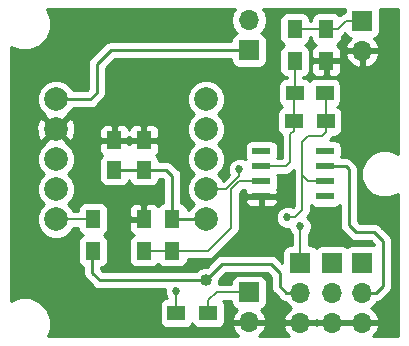
<source format=gbr>
G04 #@! TF.GenerationSoftware,KiCad,Pcbnew,(5.0.0-rc2-dev-444-g2974a2c10)*
G04 #@! TF.CreationDate,2018-09-21T18:48:47-07:00*
G04 #@! TF.ProjectId,retro meter v02,726574726F206D65746572207630322E,rev?*
G04 #@! TF.SameCoordinates,Original*
G04 #@! TF.FileFunction,Copper,L1,Top,Signal*
G04 #@! TF.FilePolarity,Positive*
%FSLAX46Y46*%
G04 Gerber Fmt 4.6, Leading zero omitted, Abs format (unit mm)*
G04 Created by KiCad (PCBNEW (5.0.0-rc2-dev-444-g2974a2c10)) date 09/21/18 18:48:47*
%MOMM*%
%LPD*%
G01*
G04 APERTURE LIST*
%ADD10C,2.000000*%
%ADD11R,1.250000X1.500000*%
%ADD12R,1.500000X1.250000*%
%ADD13R,1.300000X1.500000*%
%ADD14R,1.500000X1.300000*%
%ADD15R,1.550000X0.600000*%
%ADD16O,1.700000X1.700000*%
%ADD17R,1.700000X1.700000*%
%ADD18C,0.685800*%
%ADD19C,1.016000*%
%ADD20C,0.254000*%
%ADD21C,0.152400*%
G04 APERTURE END LIST*
D10*
X199485000Y-55920000D03*
X186785000Y-55920000D03*
X199485000Y-58460000D03*
X186785000Y-58460000D03*
X199485000Y-61000000D03*
X186785000Y-61000000D03*
X199485000Y-63540000D03*
X186785000Y-63540000D03*
X199485000Y-66080000D03*
X186785000Y-66080000D03*
D11*
X191731041Y-61900664D03*
X191731041Y-59400664D03*
D12*
X207030000Y-55372000D03*
X209530000Y-55372000D03*
D13*
X209677000Y-52658000D03*
X209677000Y-49958000D03*
X196635000Y-68750000D03*
X196635000Y-66050000D03*
X194235000Y-68750000D03*
X194235000Y-66050000D03*
X207010000Y-49958000D03*
X207010000Y-52658000D03*
D14*
X206930000Y-57785000D03*
X209630000Y-57785000D03*
D13*
X189935000Y-66050000D03*
X189935000Y-68750000D03*
D15*
X209583000Y-60325000D03*
X209583000Y-61595000D03*
X209583000Y-62865000D03*
X209583000Y-64135000D03*
X204183000Y-64135000D03*
X204183000Y-62865000D03*
X204183000Y-61595000D03*
X204183000Y-60325000D03*
D11*
X194231041Y-59400664D03*
X194231041Y-61900664D03*
D16*
X212725000Y-51790000D03*
D17*
X212725000Y-49250000D03*
X203135000Y-51750000D03*
D16*
X203135000Y-49210000D03*
D14*
X196985000Y-74000000D03*
X199685000Y-74000000D03*
D16*
X207468333Y-74830000D03*
X207468333Y-72290000D03*
D17*
X207468333Y-69750000D03*
X210185000Y-69750000D03*
D16*
X210185000Y-72290000D03*
X210185000Y-74830000D03*
X212725000Y-74830000D03*
X212725000Y-72290000D03*
D17*
X212725000Y-69750000D03*
D16*
X203135000Y-74790000D03*
D17*
X203135000Y-72250000D03*
D18*
X214630000Y-54610000D03*
X184150000Y-53340000D03*
X184150000Y-71120000D03*
X189230000Y-59944000D03*
X210185000Y-66040000D03*
D19*
X199478900Y-71247000D03*
D18*
X196977000Y-72136000D03*
X206375000Y-65913000D03*
X202311000Y-61849000D03*
X207467200Y-66649600D03*
D20*
X196665000Y-66080000D02*
X196635000Y-66050000D01*
X199485000Y-66080000D02*
X196665000Y-66080000D01*
X211328000Y-61595000D02*
X209583000Y-61595000D01*
X211582000Y-61849000D02*
X211328000Y-61595000D01*
X211582000Y-66548000D02*
X211582000Y-61849000D01*
X213927081Y-72290000D02*
X214462081Y-71755000D01*
X212725000Y-72290000D02*
X213927081Y-72290000D01*
X214462081Y-71755000D02*
X214462081Y-67904081D01*
X214462081Y-67904081D02*
X213741000Y-67183000D01*
X213741000Y-67183000D02*
X212217000Y-67183000D01*
X212217000Y-67183000D02*
X211582000Y-66548000D01*
X189935000Y-68850000D02*
X189865000Y-68920000D01*
X189935000Y-68750000D02*
X189935000Y-68850000D01*
X189865000Y-68920000D02*
X189865000Y-70612000D01*
X189865000Y-70612000D02*
X190500000Y-71247000D01*
X206266252Y-72290000D02*
X207468333Y-72290000D01*
X205740000Y-71763748D02*
X206266252Y-72290000D01*
X205740000Y-70612000D02*
X205740000Y-71763748D01*
X204978000Y-69850000D02*
X205740000Y-70612000D01*
X199478900Y-71247000D02*
X200875900Y-69850000D01*
X200875900Y-69850000D02*
X204978000Y-69850000D01*
X199478900Y-71247000D02*
X190500000Y-71247000D01*
X196139664Y-61900664D02*
X194231041Y-61900664D01*
X196635000Y-66050000D02*
X196635000Y-62396000D01*
X196635000Y-62396000D02*
X196139664Y-61900664D01*
X194231041Y-61900664D02*
X191731041Y-61900664D01*
D21*
X206930000Y-55472000D02*
X207030000Y-55372000D01*
X206930000Y-57785000D02*
X206930000Y-55472000D01*
X207030000Y-52678000D02*
X207010000Y-52658000D01*
X207030000Y-55372000D02*
X207030000Y-52678000D01*
X206930000Y-58587400D02*
X206629000Y-58888400D01*
X206930000Y-57785000D02*
X206930000Y-58587400D01*
X206629000Y-58888400D02*
X206629000Y-61214000D01*
X206248000Y-61595000D02*
X204183000Y-61595000D01*
X206629000Y-61214000D02*
X206248000Y-61595000D01*
D20*
X188555000Y-55920000D02*
X186785000Y-55920000D01*
X189698000Y-55920000D02*
X188555000Y-55920000D01*
X190246000Y-55372000D02*
X189698000Y-55920000D01*
X190246000Y-52959000D02*
X190246000Y-55372000D01*
X203135000Y-51750000D02*
X191455000Y-51750000D01*
X191455000Y-51750000D02*
X190246000Y-52959000D01*
D21*
X207812400Y-49958000D02*
X209677000Y-49958000D01*
X207010000Y-49958000D02*
X207812400Y-49958000D01*
X209677000Y-49958000D02*
X210646000Y-49958000D01*
X211354000Y-49250000D02*
X212725000Y-49250000D01*
X210646000Y-49958000D02*
X211354000Y-49250000D01*
X196977000Y-73017000D02*
X196977000Y-72136000D01*
X196985000Y-73025000D02*
X196977000Y-73017000D01*
X196985000Y-73025000D02*
X196985000Y-72906000D01*
X196985000Y-74000000D02*
X196985000Y-73025000D01*
X208153000Y-62865000D02*
X207645000Y-62357000D01*
X209630000Y-58721000D02*
X209630000Y-57785000D01*
X209583000Y-62865000D02*
X208153000Y-62865000D01*
X207645000Y-62357000D02*
X207645000Y-59563000D01*
X207645000Y-59563000D02*
X208153000Y-59055000D01*
X208153000Y-59055000D02*
X209296000Y-59055000D01*
X209296000Y-59055000D02*
X209630000Y-58721000D01*
X209630000Y-55472000D02*
X209530000Y-55372000D01*
X209630000Y-57785000D02*
X209630000Y-55472000D01*
X207645000Y-62357000D02*
X207645000Y-65278000D01*
X207645000Y-65278000D02*
X207010000Y-65913000D01*
X202311000Y-62333933D02*
X202311000Y-61849000D01*
X202311000Y-62433934D02*
X202311000Y-62333933D01*
X201204934Y-63540000D02*
X202311000Y-62433934D01*
X200787000Y-63540000D02*
X201204934Y-63540000D01*
X200787000Y-63540000D02*
X200899213Y-63540000D01*
X199485000Y-63540000D02*
X200787000Y-63540000D01*
X206375000Y-65913000D02*
X207010000Y-65913000D01*
X207468333Y-68149333D02*
X207468333Y-69750000D01*
X207467200Y-68148200D02*
X207467200Y-66649600D01*
X207468333Y-68149333D02*
X207467200Y-68148200D01*
X199685000Y-74000000D02*
X199685000Y-72950000D01*
X200385000Y-72250000D02*
X203135000Y-72250000D01*
X199685000Y-72950000D02*
X200385000Y-72250000D01*
X189905000Y-66080000D02*
X189935000Y-66050000D01*
X186785000Y-66080000D02*
X189905000Y-66080000D01*
X195832600Y-68750000D02*
X194235000Y-68750000D01*
X196635000Y-68750000D02*
X195832600Y-68750000D01*
X199685000Y-68750000D02*
X196635000Y-68750000D01*
X201635000Y-66800000D02*
X199685000Y-68750000D01*
X201635000Y-63541000D02*
X201635000Y-66800000D01*
X204183000Y-62865000D02*
X202311000Y-62865000D01*
X202311000Y-62865000D02*
X201635000Y-63541000D01*
D20*
G36*
X201736161Y-48630582D02*
X201620908Y-49210000D01*
X201736161Y-49789418D01*
X202064375Y-50280625D01*
X202082619Y-50292816D01*
X202037235Y-50301843D01*
X201827191Y-50442191D01*
X201686843Y-50652235D01*
X201637560Y-50900000D01*
X201637560Y-50988000D01*
X191530042Y-50988000D01*
X191454999Y-50973073D01*
X191379956Y-50988000D01*
X191379952Y-50988000D01*
X191157683Y-51032212D01*
X191157682Y-51032213D01*
X191157681Y-51032213D01*
X190969251Y-51158118D01*
X190905629Y-51200629D01*
X190863118Y-51264251D01*
X189760253Y-52367117D01*
X189696629Y-52409629D01*
X189528212Y-52661684D01*
X189484000Y-52883953D01*
X189484000Y-52883957D01*
X189469073Y-52959000D01*
X189484000Y-53034043D01*
X189484001Y-55056369D01*
X189382370Y-55158000D01*
X188239080Y-55158000D01*
X188171086Y-54993847D01*
X187711153Y-54533914D01*
X187110222Y-54285000D01*
X186459778Y-54285000D01*
X185858847Y-54533914D01*
X185398914Y-54993847D01*
X185150000Y-55594778D01*
X185150000Y-56245222D01*
X185398914Y-56846153D01*
X185825072Y-57272311D01*
X185812073Y-57307468D01*
X186785000Y-58280395D01*
X187757927Y-57307468D01*
X187744928Y-57272311D01*
X188171086Y-56846153D01*
X188239080Y-56682000D01*
X189622957Y-56682000D01*
X189698000Y-56696927D01*
X189773043Y-56682000D01*
X189773048Y-56682000D01*
X189995317Y-56637788D01*
X190247371Y-56469371D01*
X190289883Y-56405747D01*
X190731749Y-55963882D01*
X190795371Y-55921371D01*
X190963788Y-55669317D01*
X191008000Y-55447048D01*
X191008000Y-55447044D01*
X191022927Y-55372001D01*
X191008000Y-55296958D01*
X191008000Y-53274630D01*
X191770631Y-52512000D01*
X201637560Y-52512000D01*
X201637560Y-52600000D01*
X201686843Y-52847765D01*
X201827191Y-53057809D01*
X202037235Y-53198157D01*
X202285000Y-53247440D01*
X203985000Y-53247440D01*
X204232765Y-53198157D01*
X204442809Y-53057809D01*
X204583157Y-52847765D01*
X204632440Y-52600000D01*
X204632440Y-50900000D01*
X204583157Y-50652235D01*
X204442809Y-50442191D01*
X204232765Y-50301843D01*
X204187381Y-50292816D01*
X204205625Y-50280625D01*
X204533839Y-49789418D01*
X204649092Y-49210000D01*
X204533839Y-48630582D01*
X204306586Y-48290474D01*
X211249346Y-48290474D01*
X211227560Y-48400000D01*
X211227560Y-48550017D01*
X211076504Y-48580064D01*
X211076503Y-48580065D01*
X211076502Y-48580065D01*
X210900635Y-48697576D01*
X210900633Y-48697578D01*
X210841254Y-48737254D01*
X210808709Y-48785960D01*
X210784809Y-48750191D01*
X210574765Y-48609843D01*
X210327000Y-48560560D01*
X209027000Y-48560560D01*
X208779235Y-48609843D01*
X208569191Y-48750191D01*
X208428843Y-48960235D01*
X208379560Y-49208000D01*
X208379560Y-49246800D01*
X208307440Y-49246800D01*
X208307440Y-49208000D01*
X208258157Y-48960235D01*
X208117809Y-48750191D01*
X207907765Y-48609843D01*
X207660000Y-48560560D01*
X206360000Y-48560560D01*
X206112235Y-48609843D01*
X205902191Y-48750191D01*
X205761843Y-48960235D01*
X205712560Y-49208000D01*
X205712560Y-50708000D01*
X205761843Y-50955765D01*
X205902191Y-51165809D01*
X206112235Y-51306157D01*
X206121500Y-51308000D01*
X206112235Y-51309843D01*
X205902191Y-51450191D01*
X205761843Y-51660235D01*
X205712560Y-51908000D01*
X205712560Y-53408000D01*
X205761843Y-53655765D01*
X205902191Y-53865809D01*
X206112235Y-54006157D01*
X206318800Y-54047245D01*
X206318800Y-54099560D01*
X206280000Y-54099560D01*
X206032235Y-54148843D01*
X205822191Y-54289191D01*
X205681843Y-54499235D01*
X205632560Y-54747000D01*
X205632560Y-55997000D01*
X205681843Y-56244765D01*
X205822191Y-56454809D01*
X205942043Y-56534892D01*
X205932235Y-56536843D01*
X205722191Y-56677191D01*
X205581843Y-56887235D01*
X205532560Y-57135000D01*
X205532560Y-58435000D01*
X205581843Y-58682765D01*
X205722191Y-58892809D01*
X205917800Y-59023512D01*
X205917801Y-60883800D01*
X205548784Y-60883800D01*
X205556157Y-60872765D01*
X205605440Y-60625000D01*
X205605440Y-60025000D01*
X205556157Y-59777235D01*
X205415809Y-59567191D01*
X205205765Y-59426843D01*
X204958000Y-59377560D01*
X203408000Y-59377560D01*
X203160235Y-59426843D01*
X202950191Y-59567191D01*
X202809843Y-59777235D01*
X202760560Y-60025000D01*
X202760560Y-60625000D01*
X202809843Y-60872765D01*
X202868132Y-60960000D01*
X202836051Y-61008012D01*
X202505516Y-60871100D01*
X202116484Y-60871100D01*
X201757064Y-61019977D01*
X201481977Y-61295064D01*
X201333100Y-61654484D01*
X201333100Y-62043516D01*
X201439283Y-62299863D01*
X200945543Y-62793603D01*
X200871086Y-62613847D01*
X200527239Y-62270000D01*
X200871086Y-61926153D01*
X201120000Y-61325222D01*
X201120000Y-60674778D01*
X200871086Y-60073847D01*
X200527239Y-59730000D01*
X200871086Y-59386153D01*
X201120000Y-58785222D01*
X201120000Y-58134778D01*
X200871086Y-57533847D01*
X200527239Y-57190000D01*
X200871086Y-56846153D01*
X201120000Y-56245222D01*
X201120000Y-55594778D01*
X200871086Y-54993847D01*
X200411153Y-54533914D01*
X199810222Y-54285000D01*
X199159778Y-54285000D01*
X198558847Y-54533914D01*
X198098914Y-54993847D01*
X197850000Y-55594778D01*
X197850000Y-56245222D01*
X198098914Y-56846153D01*
X198442761Y-57190000D01*
X198098914Y-57533847D01*
X197850000Y-58134778D01*
X197850000Y-58785222D01*
X198098914Y-59386153D01*
X198442761Y-59730000D01*
X198098914Y-60073847D01*
X197850000Y-60674778D01*
X197850000Y-61325222D01*
X198098914Y-61926153D01*
X198442761Y-62270000D01*
X198098914Y-62613847D01*
X197850000Y-63214778D01*
X197850000Y-63865222D01*
X198098914Y-64466153D01*
X198442761Y-64810000D01*
X198098914Y-65153847D01*
X198030920Y-65318000D01*
X197932440Y-65318000D01*
X197932440Y-65300000D01*
X197883157Y-65052235D01*
X197742809Y-64842191D01*
X197532765Y-64701843D01*
X197397000Y-64674838D01*
X197397000Y-62471043D01*
X197411927Y-62396000D01*
X197397000Y-62320957D01*
X197397000Y-62320952D01*
X197352788Y-62098683D01*
X197184371Y-61846629D01*
X197120749Y-61804118D01*
X196731547Y-61414917D01*
X196689035Y-61351293D01*
X196436981Y-61182876D01*
X196214712Y-61138664D01*
X196214707Y-61138664D01*
X196139664Y-61123737D01*
X196064621Y-61138664D01*
X195501094Y-61138664D01*
X195454198Y-60902899D01*
X195313850Y-60692855D01*
X195252721Y-60652010D01*
X195394368Y-60510362D01*
X195491041Y-60276973D01*
X195491041Y-59686414D01*
X195332291Y-59527664D01*
X194358041Y-59527664D01*
X194358041Y-59547664D01*
X194104041Y-59547664D01*
X194104041Y-59527664D01*
X193129791Y-59527664D01*
X192981041Y-59676414D01*
X192832291Y-59527664D01*
X191858041Y-59527664D01*
X191858041Y-59547664D01*
X191604041Y-59547664D01*
X191604041Y-59527664D01*
X190629791Y-59527664D01*
X190471041Y-59686414D01*
X190471041Y-60276973D01*
X190567714Y-60510362D01*
X190709361Y-60652010D01*
X190648232Y-60692855D01*
X190507884Y-60902899D01*
X190458601Y-61150664D01*
X190458601Y-62650664D01*
X190507884Y-62898429D01*
X190648232Y-63108473D01*
X190858276Y-63248821D01*
X191106041Y-63298104D01*
X192356041Y-63298104D01*
X192603806Y-63248821D01*
X192813850Y-63108473D01*
X192954198Y-62898429D01*
X192981041Y-62763479D01*
X193007884Y-62898429D01*
X193148232Y-63108473D01*
X193358276Y-63248821D01*
X193606041Y-63298104D01*
X194856041Y-63298104D01*
X195103806Y-63248821D01*
X195313850Y-63108473D01*
X195454198Y-62898429D01*
X195501094Y-62662664D01*
X195824034Y-62662664D01*
X195873001Y-62711631D01*
X195873000Y-64674838D01*
X195737235Y-64701843D01*
X195527191Y-64842191D01*
X195437987Y-64975694D01*
X195423327Y-64940302D01*
X195244699Y-64761673D01*
X195011310Y-64665000D01*
X194520750Y-64665000D01*
X194362000Y-64823750D01*
X194362000Y-65923000D01*
X194382000Y-65923000D01*
X194382000Y-66177000D01*
X194362000Y-66177000D01*
X194362000Y-66197000D01*
X194108000Y-66197000D01*
X194108000Y-66177000D01*
X193108750Y-66177000D01*
X192950000Y-66335750D01*
X192950000Y-66926309D01*
X193046673Y-67159698D01*
X193225301Y-67338327D01*
X193365209Y-67396279D01*
X193337235Y-67401843D01*
X193127191Y-67542191D01*
X192986843Y-67752235D01*
X192937560Y-68000000D01*
X192937560Y-69500000D01*
X192986843Y-69747765D01*
X193127191Y-69957809D01*
X193337235Y-70098157D01*
X193585000Y-70147440D01*
X194885000Y-70147440D01*
X195132765Y-70098157D01*
X195342809Y-69957809D01*
X195435000Y-69819836D01*
X195527191Y-69957809D01*
X195737235Y-70098157D01*
X195985000Y-70147440D01*
X197285000Y-70147440D01*
X197532765Y-70098157D01*
X197742809Y-69957809D01*
X197883157Y-69747765D01*
X197932440Y-69500000D01*
X197932440Y-69461200D01*
X199614959Y-69461200D01*
X199685000Y-69475132D01*
X199755041Y-69461200D01*
X199755046Y-69461200D01*
X199962496Y-69419936D01*
X200197746Y-69262746D01*
X200237424Y-69203364D01*
X202088367Y-67352422D01*
X202147746Y-67312746D01*
X202187422Y-67253367D01*
X202187424Y-67253365D01*
X202304935Y-67077498D01*
X202304935Y-67077497D01*
X202304936Y-67077496D01*
X202346200Y-66870046D01*
X202346200Y-66870043D01*
X202360132Y-66800001D01*
X202346200Y-66729959D01*
X202346200Y-64420750D01*
X202773000Y-64420750D01*
X202773000Y-64561310D01*
X202869673Y-64794699D01*
X203048302Y-64973327D01*
X203281691Y-65070000D01*
X203897250Y-65070000D01*
X204056000Y-64911250D01*
X204056000Y-64262000D01*
X204310000Y-64262000D01*
X204310000Y-64911250D01*
X204468750Y-65070000D01*
X205084309Y-65070000D01*
X205317698Y-64973327D01*
X205496327Y-64794699D01*
X205593000Y-64561310D01*
X205593000Y-64420750D01*
X205434250Y-64262000D01*
X204310000Y-64262000D01*
X204056000Y-64262000D01*
X202931750Y-64262000D01*
X202773000Y-64420750D01*
X202346200Y-64420750D01*
X202346200Y-63835588D01*
X202605589Y-63576200D01*
X202827879Y-63576200D01*
X202773000Y-63708690D01*
X202773000Y-63849250D01*
X202931750Y-64008000D01*
X204056000Y-64008000D01*
X204056000Y-63988000D01*
X204310000Y-63988000D01*
X204310000Y-64008000D01*
X205434250Y-64008000D01*
X205593000Y-63849250D01*
X205593000Y-63708690D01*
X205503232Y-63491972D01*
X205556157Y-63412765D01*
X205605440Y-63165000D01*
X205605440Y-62565000D01*
X205556157Y-62317235D01*
X205548784Y-62306200D01*
X206177959Y-62306200D01*
X206248000Y-62320132D01*
X206318041Y-62306200D01*
X206318046Y-62306200D01*
X206525496Y-62264936D01*
X206760746Y-62107746D01*
X206800424Y-62048364D01*
X206933800Y-61914988D01*
X206933800Y-62286959D01*
X206919868Y-62357000D01*
X206933800Y-62427042D01*
X206933801Y-64983410D01*
X206861265Y-65055947D01*
X206569516Y-64935100D01*
X206180484Y-64935100D01*
X205821064Y-65083977D01*
X205545977Y-65359064D01*
X205397100Y-65718484D01*
X205397100Y-66107516D01*
X205545977Y-66466936D01*
X205821064Y-66742023D01*
X206180484Y-66890900D01*
X206508679Y-66890900D01*
X206638177Y-67203536D01*
X206756001Y-67321360D01*
X206756000Y-68078158D01*
X206742068Y-68148200D01*
X206756000Y-68218241D01*
X206756000Y-68218245D01*
X206757133Y-68223941D01*
X206757133Y-68252560D01*
X206618333Y-68252560D01*
X206370568Y-68301843D01*
X206160524Y-68442191D01*
X206020176Y-68652235D01*
X205970893Y-68900000D01*
X205970893Y-69765262D01*
X205569883Y-69364253D01*
X205527371Y-69300629D01*
X205275317Y-69132212D01*
X205053048Y-69088000D01*
X205053043Y-69088000D01*
X204978000Y-69073073D01*
X204902957Y-69088000D01*
X200950942Y-69088000D01*
X200875899Y-69073073D01*
X200800856Y-69088000D01*
X200800852Y-69088000D01*
X200578583Y-69132212D01*
X200578582Y-69132213D01*
X200578581Y-69132213D01*
X200451214Y-69217317D01*
X200326529Y-69300629D01*
X200284018Y-69364251D01*
X199544270Y-70104000D01*
X199251543Y-70104000D01*
X198831442Y-70278011D01*
X198624453Y-70485000D01*
X190815631Y-70485000D01*
X190627000Y-70296370D01*
X190627000Y-70139086D01*
X190832765Y-70098157D01*
X191042809Y-69957809D01*
X191183157Y-69747765D01*
X191232440Y-69500000D01*
X191232440Y-68000000D01*
X191183157Y-67752235D01*
X191042809Y-67542191D01*
X190832765Y-67401843D01*
X190823500Y-67400000D01*
X190832765Y-67398157D01*
X191042809Y-67257809D01*
X191183157Y-67047765D01*
X191232440Y-66800000D01*
X191232440Y-65300000D01*
X191207316Y-65173691D01*
X192950000Y-65173691D01*
X192950000Y-65764250D01*
X193108750Y-65923000D01*
X194108000Y-65923000D01*
X194108000Y-64823750D01*
X193949250Y-64665000D01*
X193458690Y-64665000D01*
X193225301Y-64761673D01*
X193046673Y-64940302D01*
X192950000Y-65173691D01*
X191207316Y-65173691D01*
X191183157Y-65052235D01*
X191042809Y-64842191D01*
X190832765Y-64701843D01*
X190585000Y-64652560D01*
X189285000Y-64652560D01*
X189037235Y-64701843D01*
X188827191Y-64842191D01*
X188686843Y-65052235D01*
X188637560Y-65300000D01*
X188637560Y-65368800D01*
X188260123Y-65368800D01*
X188171086Y-65153847D01*
X187827239Y-64810000D01*
X188171086Y-64466153D01*
X188420000Y-63865222D01*
X188420000Y-63214778D01*
X188171086Y-62613847D01*
X187827239Y-62270000D01*
X188171086Y-61926153D01*
X188420000Y-61325222D01*
X188420000Y-60674778D01*
X188171086Y-60073847D01*
X187744928Y-59647689D01*
X187757927Y-59612532D01*
X186785000Y-58639605D01*
X185812073Y-59612532D01*
X185825072Y-59647689D01*
X185398914Y-60073847D01*
X185150000Y-60674778D01*
X185150000Y-61325222D01*
X185398914Y-61926153D01*
X185742761Y-62270000D01*
X185398914Y-62613847D01*
X185150000Y-63214778D01*
X185150000Y-63865222D01*
X185398914Y-64466153D01*
X185742761Y-64810000D01*
X185398914Y-65153847D01*
X185150000Y-65754778D01*
X185150000Y-66405222D01*
X185398914Y-67006153D01*
X185858847Y-67466086D01*
X186459778Y-67715000D01*
X187110222Y-67715000D01*
X187711153Y-67466086D01*
X188171086Y-67006153D01*
X188260123Y-66791200D01*
X188637560Y-66791200D01*
X188637560Y-66800000D01*
X188686843Y-67047765D01*
X188827191Y-67257809D01*
X189037235Y-67398157D01*
X189046500Y-67400000D01*
X189037235Y-67401843D01*
X188827191Y-67542191D01*
X188686843Y-67752235D01*
X188637560Y-68000000D01*
X188637560Y-69500000D01*
X188686843Y-69747765D01*
X188827191Y-69957809D01*
X189037235Y-70098157D01*
X189103001Y-70111238D01*
X189103001Y-70536952D01*
X189088073Y-70612000D01*
X189147213Y-70909317D01*
X189238516Y-71045961D01*
X189315630Y-71161371D01*
X189379251Y-71203881D01*
X189908118Y-71732749D01*
X189950629Y-71796371D01*
X190202683Y-71964788D01*
X190424952Y-72009000D01*
X190424953Y-72009000D01*
X190500000Y-72023928D01*
X190575047Y-72009000D01*
X195999100Y-72009000D01*
X195999100Y-72330516D01*
X196147977Y-72689936D01*
X196172944Y-72714903D01*
X195987235Y-72751843D01*
X195777191Y-72892191D01*
X195636843Y-73102235D01*
X195587560Y-73350000D01*
X195587560Y-74650000D01*
X195636843Y-74897765D01*
X195777191Y-75107809D01*
X195987235Y-75248157D01*
X196235000Y-75297440D01*
X197735000Y-75297440D01*
X197982765Y-75248157D01*
X198192809Y-75107809D01*
X198333157Y-74897765D01*
X198335000Y-74888500D01*
X198336843Y-74897765D01*
X198477191Y-75107809D01*
X198687235Y-75248157D01*
X198935000Y-75297440D01*
X200435000Y-75297440D01*
X200682765Y-75248157D01*
X200892809Y-75107809D01*
X201033157Y-74897765D01*
X201082440Y-74650000D01*
X201082440Y-73350000D01*
X201033157Y-73102235D01*
X200938920Y-72961200D01*
X201637560Y-72961200D01*
X201637560Y-73100000D01*
X201686843Y-73347765D01*
X201827191Y-73557809D01*
X202037235Y-73698157D01*
X202140708Y-73718739D01*
X201863355Y-74023076D01*
X201693524Y-74433110D01*
X201814845Y-74663000D01*
X203008000Y-74663000D01*
X203008000Y-74643000D01*
X203262000Y-74643000D01*
X203262000Y-74663000D01*
X204455155Y-74663000D01*
X204576476Y-74433110D01*
X204406645Y-74023076D01*
X204129292Y-73718739D01*
X204232765Y-73698157D01*
X204442809Y-73557809D01*
X204583157Y-73347765D01*
X204632440Y-73100000D01*
X204632440Y-71400000D01*
X204583157Y-71152235D01*
X204442809Y-70942191D01*
X204232765Y-70801843D01*
X203985000Y-70752560D01*
X202285000Y-70752560D01*
X202037235Y-70801843D01*
X201827191Y-70942191D01*
X201686843Y-71152235D01*
X201637560Y-71400000D01*
X201637560Y-71538800D01*
X200595207Y-71538800D01*
X200621900Y-71474357D01*
X200621900Y-71181630D01*
X201191531Y-70612000D01*
X204662370Y-70612000D01*
X204978000Y-70927631D01*
X204978001Y-71688700D01*
X204963073Y-71763748D01*
X205022213Y-72061065D01*
X205142274Y-72240749D01*
X205190630Y-72313119D01*
X205254251Y-72355629D01*
X205674370Y-72775749D01*
X205716881Y-72839371D01*
X205968935Y-73007788D01*
X206191204Y-73052000D01*
X206191205Y-73052000D01*
X206191535Y-73052066D01*
X206397708Y-73360625D01*
X206716811Y-73573843D01*
X206586975Y-73634817D01*
X206196688Y-74063076D01*
X206026857Y-74473110D01*
X206148178Y-74703000D01*
X207341333Y-74703000D01*
X207341333Y-74683000D01*
X207595333Y-74683000D01*
X207595333Y-74703000D01*
X208788488Y-74703000D01*
X208826667Y-74630656D01*
X208864845Y-74703000D01*
X210058000Y-74703000D01*
X210058000Y-74683000D01*
X210312000Y-74683000D01*
X210312000Y-74703000D01*
X212598000Y-74703000D01*
X212598000Y-74683000D01*
X212852000Y-74683000D01*
X212852000Y-74703000D01*
X214045155Y-74703000D01*
X214166476Y-74473110D01*
X213996645Y-74063076D01*
X213606358Y-73634817D01*
X213476522Y-73573843D01*
X213795625Y-73360625D01*
X214001798Y-73052065D01*
X214002124Y-73052000D01*
X214002129Y-73052000D01*
X214224398Y-73007788D01*
X214476452Y-72839371D01*
X214518964Y-72775747D01*
X214947831Y-72346881D01*
X215011452Y-72304371D01*
X215179869Y-72052317D01*
X215224081Y-71830048D01*
X215224081Y-71830044D01*
X215239008Y-71755001D01*
X215224081Y-71679958D01*
X215224081Y-67979128D01*
X215239009Y-67904081D01*
X215224081Y-67829033D01*
X215179869Y-67606764D01*
X215011452Y-67354710D01*
X214947830Y-67312199D01*
X214332883Y-66697253D01*
X214290371Y-66633629D01*
X214038317Y-66465212D01*
X213816048Y-66421000D01*
X213816043Y-66421000D01*
X213741000Y-66406073D01*
X213665957Y-66421000D01*
X212532631Y-66421000D01*
X212344000Y-66232370D01*
X212344000Y-61924042D01*
X212358927Y-61848999D01*
X212344000Y-61773956D01*
X212344000Y-61773952D01*
X212299788Y-61551683D01*
X212131371Y-61299629D01*
X212067746Y-61257116D01*
X211919884Y-61109254D01*
X211877371Y-61045629D01*
X211625317Y-60877212D01*
X211403048Y-60833000D01*
X211403043Y-60833000D01*
X211328000Y-60818073D01*
X211252957Y-60833000D01*
X210964067Y-60833000D01*
X211005440Y-60625000D01*
X211005440Y-60025000D01*
X210956157Y-59777235D01*
X210815809Y-59567191D01*
X210605765Y-59426843D01*
X210358000Y-59377560D01*
X209979228Y-59377560D01*
X210083366Y-59273422D01*
X210142745Y-59233746D01*
X210182422Y-59174366D01*
X210182424Y-59174364D01*
X210243846Y-59082440D01*
X210380000Y-59082440D01*
X210627765Y-59033157D01*
X210837809Y-58892809D01*
X210978157Y-58682765D01*
X211027440Y-58435000D01*
X211027440Y-57135000D01*
X210978157Y-56887235D01*
X210837809Y-56677191D01*
X210627765Y-56536843D01*
X210617957Y-56534892D01*
X210737809Y-56454809D01*
X210878157Y-56244765D01*
X210927440Y-55997000D01*
X210927440Y-54747000D01*
X210878157Y-54499235D01*
X210737809Y-54289191D01*
X210527765Y-54148843D01*
X210280000Y-54099560D01*
X208780000Y-54099560D01*
X208532235Y-54148843D01*
X208322191Y-54289191D01*
X208280000Y-54352334D01*
X208237809Y-54289191D01*
X208027765Y-54148843D01*
X207780000Y-54099560D01*
X207741200Y-54099560D01*
X207741200Y-54039288D01*
X207907765Y-54006157D01*
X208117809Y-53865809D01*
X208258157Y-53655765D01*
X208307440Y-53408000D01*
X208307440Y-52943750D01*
X208392000Y-52943750D01*
X208392000Y-53534309D01*
X208488673Y-53767698D01*
X208667301Y-53946327D01*
X208900690Y-54043000D01*
X209391250Y-54043000D01*
X209550000Y-53884250D01*
X209550000Y-52785000D01*
X209804000Y-52785000D01*
X209804000Y-53884250D01*
X209962750Y-54043000D01*
X210453310Y-54043000D01*
X210686699Y-53946327D01*
X210865327Y-53767698D01*
X210962000Y-53534309D01*
X210962000Y-52943750D01*
X210803250Y-52785000D01*
X209804000Y-52785000D01*
X209550000Y-52785000D01*
X208550750Y-52785000D01*
X208392000Y-52943750D01*
X208307440Y-52943750D01*
X208307440Y-51908000D01*
X208258157Y-51660235D01*
X208117809Y-51450191D01*
X207907765Y-51309843D01*
X207898500Y-51308000D01*
X207907765Y-51306157D01*
X208117809Y-51165809D01*
X208258157Y-50955765D01*
X208307440Y-50708000D01*
X208307440Y-50669200D01*
X208379560Y-50669200D01*
X208379560Y-50708000D01*
X208428843Y-50955765D01*
X208569191Y-51165809D01*
X208779235Y-51306157D01*
X208807209Y-51311721D01*
X208667301Y-51369673D01*
X208488673Y-51548302D01*
X208392000Y-51781691D01*
X208392000Y-52372250D01*
X208550750Y-52531000D01*
X209550000Y-52531000D01*
X209550000Y-52511000D01*
X209804000Y-52511000D01*
X209804000Y-52531000D01*
X210803250Y-52531000D01*
X210962000Y-52372250D01*
X210962000Y-52146890D01*
X211283524Y-52146890D01*
X211453355Y-52556924D01*
X211843642Y-52985183D01*
X212368108Y-53231486D01*
X212598000Y-53110819D01*
X212598000Y-51917000D01*
X212852000Y-51917000D01*
X212852000Y-53110819D01*
X213081892Y-53231486D01*
X213606358Y-52985183D01*
X213996645Y-52556924D01*
X214166476Y-52146890D01*
X214045155Y-51917000D01*
X212852000Y-51917000D01*
X212598000Y-51917000D01*
X211404845Y-51917000D01*
X211283524Y-52146890D01*
X210962000Y-52146890D01*
X210962000Y-51781691D01*
X210865327Y-51548302D01*
X210686699Y-51369673D01*
X210546791Y-51311721D01*
X210574765Y-51306157D01*
X210784809Y-51165809D01*
X210925157Y-50955765D01*
X210974440Y-50708000D01*
X210974440Y-50593896D01*
X211158746Y-50470746D01*
X211198424Y-50411364D01*
X211274384Y-50335404D01*
X211276843Y-50347765D01*
X211417191Y-50557809D01*
X211627235Y-50698157D01*
X211730708Y-50718739D01*
X211453355Y-51023076D01*
X211283524Y-51433110D01*
X211404845Y-51663000D01*
X212598000Y-51663000D01*
X212598000Y-51643000D01*
X212852000Y-51643000D01*
X212852000Y-51663000D01*
X214045155Y-51663000D01*
X214166476Y-51433110D01*
X213996645Y-51023076D01*
X213719292Y-50718739D01*
X213822765Y-50698157D01*
X214032809Y-50557809D01*
X214173157Y-50347765D01*
X214222440Y-50100000D01*
X214222440Y-48400000D01*
X214200654Y-48290474D01*
X215773000Y-48290474D01*
X215773000Y-60565787D01*
X215754412Y-60547199D01*
X215024841Y-60245000D01*
X214235159Y-60245000D01*
X213505588Y-60547199D01*
X212947199Y-61105588D01*
X212645000Y-61835159D01*
X212645000Y-62624841D01*
X212947199Y-63354412D01*
X213505588Y-63912801D01*
X214235159Y-64215000D01*
X215024841Y-64215000D01*
X215754412Y-63912801D01*
X215773000Y-63894213D01*
X215773000Y-75976474D01*
X213650748Y-75976474D01*
X213996645Y-75596924D01*
X214166476Y-75186890D01*
X214045155Y-74957000D01*
X212852000Y-74957000D01*
X212852000Y-74977000D01*
X212598000Y-74977000D01*
X212598000Y-74957000D01*
X210312000Y-74957000D01*
X210312000Y-74977000D01*
X210058000Y-74977000D01*
X210058000Y-74957000D01*
X208864845Y-74957000D01*
X208826667Y-75029344D01*
X208788488Y-74957000D01*
X207595333Y-74957000D01*
X207595333Y-74977000D01*
X207341333Y-74977000D01*
X207341333Y-74957000D01*
X206148178Y-74957000D01*
X206026857Y-75186890D01*
X206196688Y-75596924D01*
X206542585Y-75976474D01*
X204024295Y-75976474D01*
X204406645Y-75556924D01*
X204576476Y-75146890D01*
X204455155Y-74917000D01*
X203262000Y-74917000D01*
X203262000Y-74937000D01*
X203008000Y-74937000D01*
X203008000Y-74917000D01*
X201814845Y-74917000D01*
X201693524Y-75146890D01*
X201863355Y-75556924D01*
X202245705Y-75976474D01*
X186135683Y-75976474D01*
X186385000Y-75374569D01*
X186385000Y-74485431D01*
X186044741Y-73663974D01*
X185416026Y-73035259D01*
X184594569Y-72695000D01*
X183705431Y-72695000D01*
X183007000Y-72984300D01*
X183007000Y-58195461D01*
X185139092Y-58195461D01*
X185163144Y-58845460D01*
X185365613Y-59334264D01*
X185632468Y-59432927D01*
X186605395Y-58460000D01*
X186964605Y-58460000D01*
X187937532Y-59432927D01*
X188204387Y-59334264D01*
X188430908Y-58724539D01*
X188423501Y-58524355D01*
X190471041Y-58524355D01*
X190471041Y-59114914D01*
X190629791Y-59273664D01*
X191604041Y-59273664D01*
X191604041Y-58174414D01*
X191858041Y-58174414D01*
X191858041Y-59273664D01*
X192832291Y-59273664D01*
X192981041Y-59124914D01*
X193129791Y-59273664D01*
X194104041Y-59273664D01*
X194104041Y-58174414D01*
X194358041Y-58174414D01*
X194358041Y-59273664D01*
X195332291Y-59273664D01*
X195491041Y-59114914D01*
X195491041Y-58524355D01*
X195394368Y-58290966D01*
X195215740Y-58112337D01*
X194982351Y-58015664D01*
X194516791Y-58015664D01*
X194358041Y-58174414D01*
X194104041Y-58174414D01*
X193945291Y-58015664D01*
X193479731Y-58015664D01*
X193246342Y-58112337D01*
X193067714Y-58290966D01*
X192981041Y-58500213D01*
X192894368Y-58290966D01*
X192715740Y-58112337D01*
X192482351Y-58015664D01*
X192016791Y-58015664D01*
X191858041Y-58174414D01*
X191604041Y-58174414D01*
X191445291Y-58015664D01*
X190979731Y-58015664D01*
X190746342Y-58112337D01*
X190567714Y-58290966D01*
X190471041Y-58524355D01*
X188423501Y-58524355D01*
X188406856Y-58074540D01*
X188204387Y-57585736D01*
X187937532Y-57487073D01*
X186964605Y-58460000D01*
X186605395Y-58460000D01*
X185632468Y-57487073D01*
X185365613Y-57585736D01*
X185139092Y-58195461D01*
X183007000Y-58195461D01*
X183007000Y-51475700D01*
X183705431Y-51765000D01*
X184594569Y-51765000D01*
X185416026Y-51424741D01*
X186044741Y-50796026D01*
X186385000Y-49974569D01*
X186385000Y-49085431D01*
X186055718Y-48290474D01*
X201963414Y-48290474D01*
X201736161Y-48630582D01*
X201736161Y-48630582D01*
G37*
X201736161Y-48630582D02*
X201620908Y-49210000D01*
X201736161Y-49789418D01*
X202064375Y-50280625D01*
X202082619Y-50292816D01*
X202037235Y-50301843D01*
X201827191Y-50442191D01*
X201686843Y-50652235D01*
X201637560Y-50900000D01*
X201637560Y-50988000D01*
X191530042Y-50988000D01*
X191454999Y-50973073D01*
X191379956Y-50988000D01*
X191379952Y-50988000D01*
X191157683Y-51032212D01*
X191157682Y-51032213D01*
X191157681Y-51032213D01*
X190969251Y-51158118D01*
X190905629Y-51200629D01*
X190863118Y-51264251D01*
X189760253Y-52367117D01*
X189696629Y-52409629D01*
X189528212Y-52661684D01*
X189484000Y-52883953D01*
X189484000Y-52883957D01*
X189469073Y-52959000D01*
X189484000Y-53034043D01*
X189484001Y-55056369D01*
X189382370Y-55158000D01*
X188239080Y-55158000D01*
X188171086Y-54993847D01*
X187711153Y-54533914D01*
X187110222Y-54285000D01*
X186459778Y-54285000D01*
X185858847Y-54533914D01*
X185398914Y-54993847D01*
X185150000Y-55594778D01*
X185150000Y-56245222D01*
X185398914Y-56846153D01*
X185825072Y-57272311D01*
X185812073Y-57307468D01*
X186785000Y-58280395D01*
X187757927Y-57307468D01*
X187744928Y-57272311D01*
X188171086Y-56846153D01*
X188239080Y-56682000D01*
X189622957Y-56682000D01*
X189698000Y-56696927D01*
X189773043Y-56682000D01*
X189773048Y-56682000D01*
X189995317Y-56637788D01*
X190247371Y-56469371D01*
X190289883Y-56405747D01*
X190731749Y-55963882D01*
X190795371Y-55921371D01*
X190963788Y-55669317D01*
X191008000Y-55447048D01*
X191008000Y-55447044D01*
X191022927Y-55372001D01*
X191008000Y-55296958D01*
X191008000Y-53274630D01*
X191770631Y-52512000D01*
X201637560Y-52512000D01*
X201637560Y-52600000D01*
X201686843Y-52847765D01*
X201827191Y-53057809D01*
X202037235Y-53198157D01*
X202285000Y-53247440D01*
X203985000Y-53247440D01*
X204232765Y-53198157D01*
X204442809Y-53057809D01*
X204583157Y-52847765D01*
X204632440Y-52600000D01*
X204632440Y-50900000D01*
X204583157Y-50652235D01*
X204442809Y-50442191D01*
X204232765Y-50301843D01*
X204187381Y-50292816D01*
X204205625Y-50280625D01*
X204533839Y-49789418D01*
X204649092Y-49210000D01*
X204533839Y-48630582D01*
X204306586Y-48290474D01*
X211249346Y-48290474D01*
X211227560Y-48400000D01*
X211227560Y-48550017D01*
X211076504Y-48580064D01*
X211076503Y-48580065D01*
X211076502Y-48580065D01*
X210900635Y-48697576D01*
X210900633Y-48697578D01*
X210841254Y-48737254D01*
X210808709Y-48785960D01*
X210784809Y-48750191D01*
X210574765Y-48609843D01*
X210327000Y-48560560D01*
X209027000Y-48560560D01*
X208779235Y-48609843D01*
X208569191Y-48750191D01*
X208428843Y-48960235D01*
X208379560Y-49208000D01*
X208379560Y-49246800D01*
X208307440Y-49246800D01*
X208307440Y-49208000D01*
X208258157Y-48960235D01*
X208117809Y-48750191D01*
X207907765Y-48609843D01*
X207660000Y-48560560D01*
X206360000Y-48560560D01*
X206112235Y-48609843D01*
X205902191Y-48750191D01*
X205761843Y-48960235D01*
X205712560Y-49208000D01*
X205712560Y-50708000D01*
X205761843Y-50955765D01*
X205902191Y-51165809D01*
X206112235Y-51306157D01*
X206121500Y-51308000D01*
X206112235Y-51309843D01*
X205902191Y-51450191D01*
X205761843Y-51660235D01*
X205712560Y-51908000D01*
X205712560Y-53408000D01*
X205761843Y-53655765D01*
X205902191Y-53865809D01*
X206112235Y-54006157D01*
X206318800Y-54047245D01*
X206318800Y-54099560D01*
X206280000Y-54099560D01*
X206032235Y-54148843D01*
X205822191Y-54289191D01*
X205681843Y-54499235D01*
X205632560Y-54747000D01*
X205632560Y-55997000D01*
X205681843Y-56244765D01*
X205822191Y-56454809D01*
X205942043Y-56534892D01*
X205932235Y-56536843D01*
X205722191Y-56677191D01*
X205581843Y-56887235D01*
X205532560Y-57135000D01*
X205532560Y-58435000D01*
X205581843Y-58682765D01*
X205722191Y-58892809D01*
X205917800Y-59023512D01*
X205917801Y-60883800D01*
X205548784Y-60883800D01*
X205556157Y-60872765D01*
X205605440Y-60625000D01*
X205605440Y-60025000D01*
X205556157Y-59777235D01*
X205415809Y-59567191D01*
X205205765Y-59426843D01*
X204958000Y-59377560D01*
X203408000Y-59377560D01*
X203160235Y-59426843D01*
X202950191Y-59567191D01*
X202809843Y-59777235D01*
X202760560Y-60025000D01*
X202760560Y-60625000D01*
X202809843Y-60872765D01*
X202868132Y-60960000D01*
X202836051Y-61008012D01*
X202505516Y-60871100D01*
X202116484Y-60871100D01*
X201757064Y-61019977D01*
X201481977Y-61295064D01*
X201333100Y-61654484D01*
X201333100Y-62043516D01*
X201439283Y-62299863D01*
X200945543Y-62793603D01*
X200871086Y-62613847D01*
X200527239Y-62270000D01*
X200871086Y-61926153D01*
X201120000Y-61325222D01*
X201120000Y-60674778D01*
X200871086Y-60073847D01*
X200527239Y-59730000D01*
X200871086Y-59386153D01*
X201120000Y-58785222D01*
X201120000Y-58134778D01*
X200871086Y-57533847D01*
X200527239Y-57190000D01*
X200871086Y-56846153D01*
X201120000Y-56245222D01*
X201120000Y-55594778D01*
X200871086Y-54993847D01*
X200411153Y-54533914D01*
X199810222Y-54285000D01*
X199159778Y-54285000D01*
X198558847Y-54533914D01*
X198098914Y-54993847D01*
X197850000Y-55594778D01*
X197850000Y-56245222D01*
X198098914Y-56846153D01*
X198442761Y-57190000D01*
X198098914Y-57533847D01*
X197850000Y-58134778D01*
X197850000Y-58785222D01*
X198098914Y-59386153D01*
X198442761Y-59730000D01*
X198098914Y-60073847D01*
X197850000Y-60674778D01*
X197850000Y-61325222D01*
X198098914Y-61926153D01*
X198442761Y-62270000D01*
X198098914Y-62613847D01*
X197850000Y-63214778D01*
X197850000Y-63865222D01*
X198098914Y-64466153D01*
X198442761Y-64810000D01*
X198098914Y-65153847D01*
X198030920Y-65318000D01*
X197932440Y-65318000D01*
X197932440Y-65300000D01*
X197883157Y-65052235D01*
X197742809Y-64842191D01*
X197532765Y-64701843D01*
X197397000Y-64674838D01*
X197397000Y-62471043D01*
X197411927Y-62396000D01*
X197397000Y-62320957D01*
X197397000Y-62320952D01*
X197352788Y-62098683D01*
X197184371Y-61846629D01*
X197120749Y-61804118D01*
X196731547Y-61414917D01*
X196689035Y-61351293D01*
X196436981Y-61182876D01*
X196214712Y-61138664D01*
X196214707Y-61138664D01*
X196139664Y-61123737D01*
X196064621Y-61138664D01*
X195501094Y-61138664D01*
X195454198Y-60902899D01*
X195313850Y-60692855D01*
X195252721Y-60652010D01*
X195394368Y-60510362D01*
X195491041Y-60276973D01*
X195491041Y-59686414D01*
X195332291Y-59527664D01*
X194358041Y-59527664D01*
X194358041Y-59547664D01*
X194104041Y-59547664D01*
X194104041Y-59527664D01*
X193129791Y-59527664D01*
X192981041Y-59676414D01*
X192832291Y-59527664D01*
X191858041Y-59527664D01*
X191858041Y-59547664D01*
X191604041Y-59547664D01*
X191604041Y-59527664D01*
X190629791Y-59527664D01*
X190471041Y-59686414D01*
X190471041Y-60276973D01*
X190567714Y-60510362D01*
X190709361Y-60652010D01*
X190648232Y-60692855D01*
X190507884Y-60902899D01*
X190458601Y-61150664D01*
X190458601Y-62650664D01*
X190507884Y-62898429D01*
X190648232Y-63108473D01*
X190858276Y-63248821D01*
X191106041Y-63298104D01*
X192356041Y-63298104D01*
X192603806Y-63248821D01*
X192813850Y-63108473D01*
X192954198Y-62898429D01*
X192981041Y-62763479D01*
X193007884Y-62898429D01*
X193148232Y-63108473D01*
X193358276Y-63248821D01*
X193606041Y-63298104D01*
X194856041Y-63298104D01*
X195103806Y-63248821D01*
X195313850Y-63108473D01*
X195454198Y-62898429D01*
X195501094Y-62662664D01*
X195824034Y-62662664D01*
X195873001Y-62711631D01*
X195873000Y-64674838D01*
X195737235Y-64701843D01*
X195527191Y-64842191D01*
X195437987Y-64975694D01*
X195423327Y-64940302D01*
X195244699Y-64761673D01*
X195011310Y-64665000D01*
X194520750Y-64665000D01*
X194362000Y-64823750D01*
X194362000Y-65923000D01*
X194382000Y-65923000D01*
X194382000Y-66177000D01*
X194362000Y-66177000D01*
X194362000Y-66197000D01*
X194108000Y-66197000D01*
X194108000Y-66177000D01*
X193108750Y-66177000D01*
X192950000Y-66335750D01*
X192950000Y-66926309D01*
X193046673Y-67159698D01*
X193225301Y-67338327D01*
X193365209Y-67396279D01*
X193337235Y-67401843D01*
X193127191Y-67542191D01*
X192986843Y-67752235D01*
X192937560Y-68000000D01*
X192937560Y-69500000D01*
X192986843Y-69747765D01*
X193127191Y-69957809D01*
X193337235Y-70098157D01*
X193585000Y-70147440D01*
X194885000Y-70147440D01*
X195132765Y-70098157D01*
X195342809Y-69957809D01*
X195435000Y-69819836D01*
X195527191Y-69957809D01*
X195737235Y-70098157D01*
X195985000Y-70147440D01*
X197285000Y-70147440D01*
X197532765Y-70098157D01*
X197742809Y-69957809D01*
X197883157Y-69747765D01*
X197932440Y-69500000D01*
X197932440Y-69461200D01*
X199614959Y-69461200D01*
X199685000Y-69475132D01*
X199755041Y-69461200D01*
X199755046Y-69461200D01*
X199962496Y-69419936D01*
X200197746Y-69262746D01*
X200237424Y-69203364D01*
X202088367Y-67352422D01*
X202147746Y-67312746D01*
X202187422Y-67253367D01*
X202187424Y-67253365D01*
X202304935Y-67077498D01*
X202304935Y-67077497D01*
X202304936Y-67077496D01*
X202346200Y-66870046D01*
X202346200Y-66870043D01*
X202360132Y-66800001D01*
X202346200Y-66729959D01*
X202346200Y-64420750D01*
X202773000Y-64420750D01*
X202773000Y-64561310D01*
X202869673Y-64794699D01*
X203048302Y-64973327D01*
X203281691Y-65070000D01*
X203897250Y-65070000D01*
X204056000Y-64911250D01*
X204056000Y-64262000D01*
X204310000Y-64262000D01*
X204310000Y-64911250D01*
X204468750Y-65070000D01*
X205084309Y-65070000D01*
X205317698Y-64973327D01*
X205496327Y-64794699D01*
X205593000Y-64561310D01*
X205593000Y-64420750D01*
X205434250Y-64262000D01*
X204310000Y-64262000D01*
X204056000Y-64262000D01*
X202931750Y-64262000D01*
X202773000Y-64420750D01*
X202346200Y-64420750D01*
X202346200Y-63835588D01*
X202605589Y-63576200D01*
X202827879Y-63576200D01*
X202773000Y-63708690D01*
X202773000Y-63849250D01*
X202931750Y-64008000D01*
X204056000Y-64008000D01*
X204056000Y-63988000D01*
X204310000Y-63988000D01*
X204310000Y-64008000D01*
X205434250Y-64008000D01*
X205593000Y-63849250D01*
X205593000Y-63708690D01*
X205503232Y-63491972D01*
X205556157Y-63412765D01*
X205605440Y-63165000D01*
X205605440Y-62565000D01*
X205556157Y-62317235D01*
X205548784Y-62306200D01*
X206177959Y-62306200D01*
X206248000Y-62320132D01*
X206318041Y-62306200D01*
X206318046Y-62306200D01*
X206525496Y-62264936D01*
X206760746Y-62107746D01*
X206800424Y-62048364D01*
X206933800Y-61914988D01*
X206933800Y-62286959D01*
X206919868Y-62357000D01*
X206933800Y-62427042D01*
X206933801Y-64983410D01*
X206861265Y-65055947D01*
X206569516Y-64935100D01*
X206180484Y-64935100D01*
X205821064Y-65083977D01*
X205545977Y-65359064D01*
X205397100Y-65718484D01*
X205397100Y-66107516D01*
X205545977Y-66466936D01*
X205821064Y-66742023D01*
X206180484Y-66890900D01*
X206508679Y-66890900D01*
X206638177Y-67203536D01*
X206756001Y-67321360D01*
X206756000Y-68078158D01*
X206742068Y-68148200D01*
X206756000Y-68218241D01*
X206756000Y-68218245D01*
X206757133Y-68223941D01*
X206757133Y-68252560D01*
X206618333Y-68252560D01*
X206370568Y-68301843D01*
X206160524Y-68442191D01*
X206020176Y-68652235D01*
X205970893Y-68900000D01*
X205970893Y-69765262D01*
X205569883Y-69364253D01*
X205527371Y-69300629D01*
X205275317Y-69132212D01*
X205053048Y-69088000D01*
X205053043Y-69088000D01*
X204978000Y-69073073D01*
X204902957Y-69088000D01*
X200950942Y-69088000D01*
X200875899Y-69073073D01*
X200800856Y-69088000D01*
X200800852Y-69088000D01*
X200578583Y-69132212D01*
X200578582Y-69132213D01*
X200578581Y-69132213D01*
X200451214Y-69217317D01*
X200326529Y-69300629D01*
X200284018Y-69364251D01*
X199544270Y-70104000D01*
X199251543Y-70104000D01*
X198831442Y-70278011D01*
X198624453Y-70485000D01*
X190815631Y-70485000D01*
X190627000Y-70296370D01*
X190627000Y-70139086D01*
X190832765Y-70098157D01*
X191042809Y-69957809D01*
X191183157Y-69747765D01*
X191232440Y-69500000D01*
X191232440Y-68000000D01*
X191183157Y-67752235D01*
X191042809Y-67542191D01*
X190832765Y-67401843D01*
X190823500Y-67400000D01*
X190832765Y-67398157D01*
X191042809Y-67257809D01*
X191183157Y-67047765D01*
X191232440Y-66800000D01*
X191232440Y-65300000D01*
X191207316Y-65173691D01*
X192950000Y-65173691D01*
X192950000Y-65764250D01*
X193108750Y-65923000D01*
X194108000Y-65923000D01*
X194108000Y-64823750D01*
X193949250Y-64665000D01*
X193458690Y-64665000D01*
X193225301Y-64761673D01*
X193046673Y-64940302D01*
X192950000Y-65173691D01*
X191207316Y-65173691D01*
X191183157Y-65052235D01*
X191042809Y-64842191D01*
X190832765Y-64701843D01*
X190585000Y-64652560D01*
X189285000Y-64652560D01*
X189037235Y-64701843D01*
X188827191Y-64842191D01*
X188686843Y-65052235D01*
X188637560Y-65300000D01*
X188637560Y-65368800D01*
X188260123Y-65368800D01*
X188171086Y-65153847D01*
X187827239Y-64810000D01*
X188171086Y-64466153D01*
X188420000Y-63865222D01*
X188420000Y-63214778D01*
X188171086Y-62613847D01*
X187827239Y-62270000D01*
X188171086Y-61926153D01*
X188420000Y-61325222D01*
X188420000Y-60674778D01*
X188171086Y-60073847D01*
X187744928Y-59647689D01*
X187757927Y-59612532D01*
X186785000Y-58639605D01*
X185812073Y-59612532D01*
X185825072Y-59647689D01*
X185398914Y-60073847D01*
X185150000Y-60674778D01*
X185150000Y-61325222D01*
X185398914Y-61926153D01*
X185742761Y-62270000D01*
X185398914Y-62613847D01*
X185150000Y-63214778D01*
X185150000Y-63865222D01*
X185398914Y-64466153D01*
X185742761Y-64810000D01*
X185398914Y-65153847D01*
X185150000Y-65754778D01*
X185150000Y-66405222D01*
X185398914Y-67006153D01*
X185858847Y-67466086D01*
X186459778Y-67715000D01*
X187110222Y-67715000D01*
X187711153Y-67466086D01*
X188171086Y-67006153D01*
X188260123Y-66791200D01*
X188637560Y-66791200D01*
X188637560Y-66800000D01*
X188686843Y-67047765D01*
X188827191Y-67257809D01*
X189037235Y-67398157D01*
X189046500Y-67400000D01*
X189037235Y-67401843D01*
X188827191Y-67542191D01*
X188686843Y-67752235D01*
X188637560Y-68000000D01*
X188637560Y-69500000D01*
X188686843Y-69747765D01*
X188827191Y-69957809D01*
X189037235Y-70098157D01*
X189103001Y-70111238D01*
X189103001Y-70536952D01*
X189088073Y-70612000D01*
X189147213Y-70909317D01*
X189238516Y-71045961D01*
X189315630Y-71161371D01*
X189379251Y-71203881D01*
X189908118Y-71732749D01*
X189950629Y-71796371D01*
X190202683Y-71964788D01*
X190424952Y-72009000D01*
X190424953Y-72009000D01*
X190500000Y-72023928D01*
X190575047Y-72009000D01*
X195999100Y-72009000D01*
X195999100Y-72330516D01*
X196147977Y-72689936D01*
X196172944Y-72714903D01*
X195987235Y-72751843D01*
X195777191Y-72892191D01*
X195636843Y-73102235D01*
X195587560Y-73350000D01*
X195587560Y-74650000D01*
X195636843Y-74897765D01*
X195777191Y-75107809D01*
X195987235Y-75248157D01*
X196235000Y-75297440D01*
X197735000Y-75297440D01*
X197982765Y-75248157D01*
X198192809Y-75107809D01*
X198333157Y-74897765D01*
X198335000Y-74888500D01*
X198336843Y-74897765D01*
X198477191Y-75107809D01*
X198687235Y-75248157D01*
X198935000Y-75297440D01*
X200435000Y-75297440D01*
X200682765Y-75248157D01*
X200892809Y-75107809D01*
X201033157Y-74897765D01*
X201082440Y-74650000D01*
X201082440Y-73350000D01*
X201033157Y-73102235D01*
X200938920Y-72961200D01*
X201637560Y-72961200D01*
X201637560Y-73100000D01*
X201686843Y-73347765D01*
X201827191Y-73557809D01*
X202037235Y-73698157D01*
X202140708Y-73718739D01*
X201863355Y-74023076D01*
X201693524Y-74433110D01*
X201814845Y-74663000D01*
X203008000Y-74663000D01*
X203008000Y-74643000D01*
X203262000Y-74643000D01*
X203262000Y-74663000D01*
X204455155Y-74663000D01*
X204576476Y-74433110D01*
X204406645Y-74023076D01*
X204129292Y-73718739D01*
X204232765Y-73698157D01*
X204442809Y-73557809D01*
X204583157Y-73347765D01*
X204632440Y-73100000D01*
X204632440Y-71400000D01*
X204583157Y-71152235D01*
X204442809Y-70942191D01*
X204232765Y-70801843D01*
X203985000Y-70752560D01*
X202285000Y-70752560D01*
X202037235Y-70801843D01*
X201827191Y-70942191D01*
X201686843Y-71152235D01*
X201637560Y-71400000D01*
X201637560Y-71538800D01*
X200595207Y-71538800D01*
X200621900Y-71474357D01*
X200621900Y-71181630D01*
X201191531Y-70612000D01*
X204662370Y-70612000D01*
X204978000Y-70927631D01*
X204978001Y-71688700D01*
X204963073Y-71763748D01*
X205022213Y-72061065D01*
X205142274Y-72240749D01*
X205190630Y-72313119D01*
X205254251Y-72355629D01*
X205674370Y-72775749D01*
X205716881Y-72839371D01*
X205968935Y-73007788D01*
X206191204Y-73052000D01*
X206191205Y-73052000D01*
X206191535Y-73052066D01*
X206397708Y-73360625D01*
X206716811Y-73573843D01*
X206586975Y-73634817D01*
X206196688Y-74063076D01*
X206026857Y-74473110D01*
X206148178Y-74703000D01*
X207341333Y-74703000D01*
X207341333Y-74683000D01*
X207595333Y-74683000D01*
X207595333Y-74703000D01*
X208788488Y-74703000D01*
X208826667Y-74630656D01*
X208864845Y-74703000D01*
X210058000Y-74703000D01*
X210058000Y-74683000D01*
X210312000Y-74683000D01*
X210312000Y-74703000D01*
X212598000Y-74703000D01*
X212598000Y-74683000D01*
X212852000Y-74683000D01*
X212852000Y-74703000D01*
X214045155Y-74703000D01*
X214166476Y-74473110D01*
X213996645Y-74063076D01*
X213606358Y-73634817D01*
X213476522Y-73573843D01*
X213795625Y-73360625D01*
X214001798Y-73052065D01*
X214002124Y-73052000D01*
X214002129Y-73052000D01*
X214224398Y-73007788D01*
X214476452Y-72839371D01*
X214518964Y-72775747D01*
X214947831Y-72346881D01*
X215011452Y-72304371D01*
X215179869Y-72052317D01*
X215224081Y-71830048D01*
X215224081Y-71830044D01*
X215239008Y-71755001D01*
X215224081Y-71679958D01*
X215224081Y-67979128D01*
X215239009Y-67904081D01*
X215224081Y-67829033D01*
X215179869Y-67606764D01*
X215011452Y-67354710D01*
X214947830Y-67312199D01*
X214332883Y-66697253D01*
X214290371Y-66633629D01*
X214038317Y-66465212D01*
X213816048Y-66421000D01*
X213816043Y-66421000D01*
X213741000Y-66406073D01*
X213665957Y-66421000D01*
X212532631Y-66421000D01*
X212344000Y-66232370D01*
X212344000Y-61924042D01*
X212358927Y-61848999D01*
X212344000Y-61773956D01*
X212344000Y-61773952D01*
X212299788Y-61551683D01*
X212131371Y-61299629D01*
X212067746Y-61257116D01*
X211919884Y-61109254D01*
X211877371Y-61045629D01*
X211625317Y-60877212D01*
X211403048Y-60833000D01*
X211403043Y-60833000D01*
X211328000Y-60818073D01*
X211252957Y-60833000D01*
X210964067Y-60833000D01*
X211005440Y-60625000D01*
X211005440Y-60025000D01*
X210956157Y-59777235D01*
X210815809Y-59567191D01*
X210605765Y-59426843D01*
X210358000Y-59377560D01*
X209979228Y-59377560D01*
X210083366Y-59273422D01*
X210142745Y-59233746D01*
X210182422Y-59174366D01*
X210182424Y-59174364D01*
X210243846Y-59082440D01*
X210380000Y-59082440D01*
X210627765Y-59033157D01*
X210837809Y-58892809D01*
X210978157Y-58682765D01*
X211027440Y-58435000D01*
X211027440Y-57135000D01*
X210978157Y-56887235D01*
X210837809Y-56677191D01*
X210627765Y-56536843D01*
X210617957Y-56534892D01*
X210737809Y-56454809D01*
X210878157Y-56244765D01*
X210927440Y-55997000D01*
X210927440Y-54747000D01*
X210878157Y-54499235D01*
X210737809Y-54289191D01*
X210527765Y-54148843D01*
X210280000Y-54099560D01*
X208780000Y-54099560D01*
X208532235Y-54148843D01*
X208322191Y-54289191D01*
X208280000Y-54352334D01*
X208237809Y-54289191D01*
X208027765Y-54148843D01*
X207780000Y-54099560D01*
X207741200Y-54099560D01*
X207741200Y-54039288D01*
X207907765Y-54006157D01*
X208117809Y-53865809D01*
X208258157Y-53655765D01*
X208307440Y-53408000D01*
X208307440Y-52943750D01*
X208392000Y-52943750D01*
X208392000Y-53534309D01*
X208488673Y-53767698D01*
X208667301Y-53946327D01*
X208900690Y-54043000D01*
X209391250Y-54043000D01*
X209550000Y-53884250D01*
X209550000Y-52785000D01*
X209804000Y-52785000D01*
X209804000Y-53884250D01*
X209962750Y-54043000D01*
X210453310Y-54043000D01*
X210686699Y-53946327D01*
X210865327Y-53767698D01*
X210962000Y-53534309D01*
X210962000Y-52943750D01*
X210803250Y-52785000D01*
X209804000Y-52785000D01*
X209550000Y-52785000D01*
X208550750Y-52785000D01*
X208392000Y-52943750D01*
X208307440Y-52943750D01*
X208307440Y-51908000D01*
X208258157Y-51660235D01*
X208117809Y-51450191D01*
X207907765Y-51309843D01*
X207898500Y-51308000D01*
X207907765Y-51306157D01*
X208117809Y-51165809D01*
X208258157Y-50955765D01*
X208307440Y-50708000D01*
X208307440Y-50669200D01*
X208379560Y-50669200D01*
X208379560Y-50708000D01*
X208428843Y-50955765D01*
X208569191Y-51165809D01*
X208779235Y-51306157D01*
X208807209Y-51311721D01*
X208667301Y-51369673D01*
X208488673Y-51548302D01*
X208392000Y-51781691D01*
X208392000Y-52372250D01*
X208550750Y-52531000D01*
X209550000Y-52531000D01*
X209550000Y-52511000D01*
X209804000Y-52511000D01*
X209804000Y-52531000D01*
X210803250Y-52531000D01*
X210962000Y-52372250D01*
X210962000Y-52146890D01*
X211283524Y-52146890D01*
X211453355Y-52556924D01*
X211843642Y-52985183D01*
X212368108Y-53231486D01*
X212598000Y-53110819D01*
X212598000Y-51917000D01*
X212852000Y-51917000D01*
X212852000Y-53110819D01*
X213081892Y-53231486D01*
X213606358Y-52985183D01*
X213996645Y-52556924D01*
X214166476Y-52146890D01*
X214045155Y-51917000D01*
X212852000Y-51917000D01*
X212598000Y-51917000D01*
X211404845Y-51917000D01*
X211283524Y-52146890D01*
X210962000Y-52146890D01*
X210962000Y-51781691D01*
X210865327Y-51548302D01*
X210686699Y-51369673D01*
X210546791Y-51311721D01*
X210574765Y-51306157D01*
X210784809Y-51165809D01*
X210925157Y-50955765D01*
X210974440Y-50708000D01*
X210974440Y-50593896D01*
X211158746Y-50470746D01*
X211198424Y-50411364D01*
X211274384Y-50335404D01*
X211276843Y-50347765D01*
X211417191Y-50557809D01*
X211627235Y-50698157D01*
X211730708Y-50718739D01*
X211453355Y-51023076D01*
X211283524Y-51433110D01*
X211404845Y-51663000D01*
X212598000Y-51663000D01*
X212598000Y-51643000D01*
X212852000Y-51643000D01*
X212852000Y-51663000D01*
X214045155Y-51663000D01*
X214166476Y-51433110D01*
X213996645Y-51023076D01*
X213719292Y-50718739D01*
X213822765Y-50698157D01*
X214032809Y-50557809D01*
X214173157Y-50347765D01*
X214222440Y-50100000D01*
X214222440Y-48400000D01*
X214200654Y-48290474D01*
X215773000Y-48290474D01*
X215773000Y-60565787D01*
X215754412Y-60547199D01*
X215024841Y-60245000D01*
X214235159Y-60245000D01*
X213505588Y-60547199D01*
X212947199Y-61105588D01*
X212645000Y-61835159D01*
X212645000Y-62624841D01*
X212947199Y-63354412D01*
X213505588Y-63912801D01*
X214235159Y-64215000D01*
X215024841Y-64215000D01*
X215754412Y-63912801D01*
X215773000Y-63894213D01*
X215773000Y-75976474D01*
X213650748Y-75976474D01*
X213996645Y-75596924D01*
X214166476Y-75186890D01*
X214045155Y-74957000D01*
X212852000Y-74957000D01*
X212852000Y-74977000D01*
X212598000Y-74977000D01*
X212598000Y-74957000D01*
X210312000Y-74957000D01*
X210312000Y-74977000D01*
X210058000Y-74977000D01*
X210058000Y-74957000D01*
X208864845Y-74957000D01*
X208826667Y-75029344D01*
X208788488Y-74957000D01*
X207595333Y-74957000D01*
X207595333Y-74977000D01*
X207341333Y-74977000D01*
X207341333Y-74957000D01*
X206148178Y-74957000D01*
X206026857Y-75186890D01*
X206196688Y-75596924D01*
X206542585Y-75976474D01*
X204024295Y-75976474D01*
X204406645Y-75556924D01*
X204576476Y-75146890D01*
X204455155Y-74917000D01*
X203262000Y-74917000D01*
X203262000Y-74937000D01*
X203008000Y-74937000D01*
X203008000Y-74917000D01*
X201814845Y-74917000D01*
X201693524Y-75146890D01*
X201863355Y-75556924D01*
X202245705Y-75976474D01*
X186135683Y-75976474D01*
X186385000Y-75374569D01*
X186385000Y-74485431D01*
X186044741Y-73663974D01*
X185416026Y-73035259D01*
X184594569Y-72695000D01*
X183705431Y-72695000D01*
X183007000Y-72984300D01*
X183007000Y-58195461D01*
X185139092Y-58195461D01*
X185163144Y-58845460D01*
X185365613Y-59334264D01*
X185632468Y-59432927D01*
X186605395Y-58460000D01*
X186964605Y-58460000D01*
X187937532Y-59432927D01*
X188204387Y-59334264D01*
X188430908Y-58724539D01*
X188423501Y-58524355D01*
X190471041Y-58524355D01*
X190471041Y-59114914D01*
X190629791Y-59273664D01*
X191604041Y-59273664D01*
X191604041Y-58174414D01*
X191858041Y-58174414D01*
X191858041Y-59273664D01*
X192832291Y-59273664D01*
X192981041Y-59124914D01*
X193129791Y-59273664D01*
X194104041Y-59273664D01*
X194104041Y-58174414D01*
X194358041Y-58174414D01*
X194358041Y-59273664D01*
X195332291Y-59273664D01*
X195491041Y-59114914D01*
X195491041Y-58524355D01*
X195394368Y-58290966D01*
X195215740Y-58112337D01*
X194982351Y-58015664D01*
X194516791Y-58015664D01*
X194358041Y-58174414D01*
X194104041Y-58174414D01*
X193945291Y-58015664D01*
X193479731Y-58015664D01*
X193246342Y-58112337D01*
X193067714Y-58290966D01*
X192981041Y-58500213D01*
X192894368Y-58290966D01*
X192715740Y-58112337D01*
X192482351Y-58015664D01*
X192016791Y-58015664D01*
X191858041Y-58174414D01*
X191604041Y-58174414D01*
X191445291Y-58015664D01*
X190979731Y-58015664D01*
X190746342Y-58112337D01*
X190567714Y-58290966D01*
X190471041Y-58524355D01*
X188423501Y-58524355D01*
X188406856Y-58074540D01*
X188204387Y-57585736D01*
X187937532Y-57487073D01*
X186964605Y-58460000D01*
X186605395Y-58460000D01*
X185632468Y-57487073D01*
X185365613Y-57585736D01*
X185139092Y-58195461D01*
X183007000Y-58195461D01*
X183007000Y-51475700D01*
X183705431Y-51765000D01*
X184594569Y-51765000D01*
X185416026Y-51424741D01*
X186044741Y-50796026D01*
X186385000Y-49974569D01*
X186385000Y-49085431D01*
X186055718Y-48290474D01*
X201963414Y-48290474D01*
X201736161Y-48630582D01*
G36*
X210820000Y-66472957D02*
X210805073Y-66548000D01*
X210820000Y-66623043D01*
X210820000Y-66623047D01*
X210864212Y-66845316D01*
X211032629Y-67097371D01*
X211096253Y-67139883D01*
X211625117Y-67668748D01*
X211667629Y-67732371D01*
X211919683Y-67900788D01*
X212141952Y-67945000D01*
X212141953Y-67945000D01*
X212217000Y-67959928D01*
X212292047Y-67945000D01*
X213425370Y-67945000D01*
X213700082Y-68219713D01*
X213700082Y-68277440D01*
X213575000Y-68252560D01*
X211875000Y-68252560D01*
X211627235Y-68301843D01*
X211455000Y-68416928D01*
X211282765Y-68301843D01*
X211035000Y-68252560D01*
X209335000Y-68252560D01*
X209087235Y-68301843D01*
X208877191Y-68442191D01*
X208826667Y-68517806D01*
X208776142Y-68442191D01*
X208566098Y-68301843D01*
X208318333Y-68252560D01*
X208179533Y-68252560D01*
X208179533Y-68219374D01*
X208193465Y-68149332D01*
X208179533Y-68079291D01*
X208179533Y-68079287D01*
X208178400Y-68073591D01*
X208178400Y-67321359D01*
X208296223Y-67203536D01*
X208445100Y-66844116D01*
X208445100Y-66455084D01*
X208296223Y-66095664D01*
X208064674Y-65864115D01*
X208098367Y-65830422D01*
X208157746Y-65790746D01*
X208197422Y-65731367D01*
X208197424Y-65731365D01*
X208289040Y-65594252D01*
X208314936Y-65555496D01*
X208356200Y-65348046D01*
X208356200Y-65348042D01*
X208370132Y-65278000D01*
X208356200Y-65207958D01*
X208356200Y-64896824D01*
X208560235Y-65033157D01*
X208808000Y-65082440D01*
X210358000Y-65082440D01*
X210605765Y-65033157D01*
X210815809Y-64892809D01*
X210820000Y-64886536D01*
X210820000Y-66472957D01*
X210820000Y-66472957D01*
G37*
X210820000Y-66472957D02*
X210805073Y-66548000D01*
X210820000Y-66623043D01*
X210820000Y-66623047D01*
X210864212Y-66845316D01*
X211032629Y-67097371D01*
X211096253Y-67139883D01*
X211625117Y-67668748D01*
X211667629Y-67732371D01*
X211919683Y-67900788D01*
X212141952Y-67945000D01*
X212141953Y-67945000D01*
X212217000Y-67959928D01*
X212292047Y-67945000D01*
X213425370Y-67945000D01*
X213700082Y-68219713D01*
X213700082Y-68277440D01*
X213575000Y-68252560D01*
X211875000Y-68252560D01*
X211627235Y-68301843D01*
X211455000Y-68416928D01*
X211282765Y-68301843D01*
X211035000Y-68252560D01*
X209335000Y-68252560D01*
X209087235Y-68301843D01*
X208877191Y-68442191D01*
X208826667Y-68517806D01*
X208776142Y-68442191D01*
X208566098Y-68301843D01*
X208318333Y-68252560D01*
X208179533Y-68252560D01*
X208179533Y-68219374D01*
X208193465Y-68149332D01*
X208179533Y-68079291D01*
X208179533Y-68079287D01*
X208178400Y-68073591D01*
X208178400Y-67321359D01*
X208296223Y-67203536D01*
X208445100Y-66844116D01*
X208445100Y-66455084D01*
X208296223Y-66095664D01*
X208064674Y-65864115D01*
X208098367Y-65830422D01*
X208157746Y-65790746D01*
X208197422Y-65731367D01*
X208197424Y-65731365D01*
X208289040Y-65594252D01*
X208314936Y-65555496D01*
X208356200Y-65348046D01*
X208356200Y-65348042D01*
X208370132Y-65278000D01*
X208356200Y-65207958D01*
X208356200Y-64896824D01*
X208560235Y-65033157D01*
X208808000Y-65082440D01*
X210358000Y-65082440D01*
X210605765Y-65033157D01*
X210815809Y-64892809D01*
X210820000Y-64886536D01*
X210820000Y-66472957D01*
M02*

</source>
